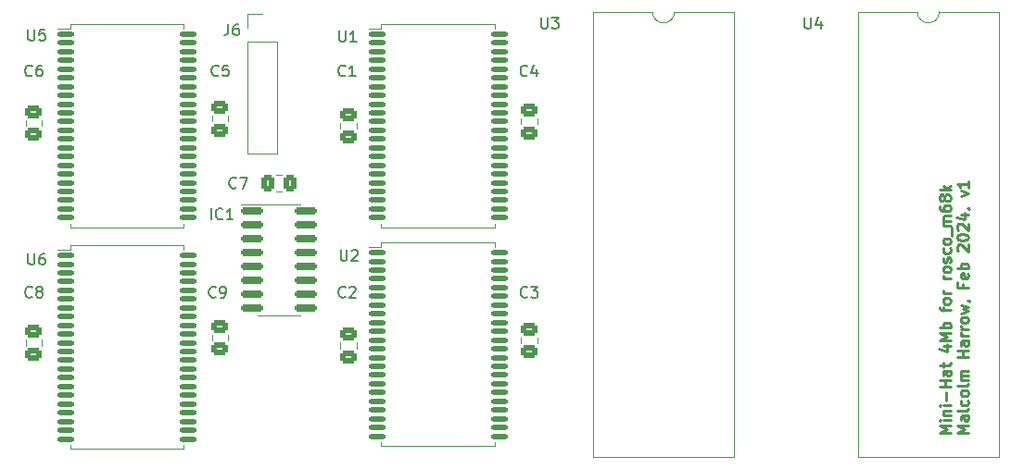
<source format=gto>
G04 #@! TF.GenerationSoftware,KiCad,Pcbnew,8.0.0*
G04 #@! TF.CreationDate,2024-03-01T08:43:17-05:00*
G04 #@! TF.ProjectId,Rosco-MiniHat-4Mb,526f7363-6f2d-44d6-996e-694861742d34,rev?*
G04 #@! TF.SameCoordinates,Original*
G04 #@! TF.FileFunction,Legend,Top*
G04 #@! TF.FilePolarity,Positive*
%FSLAX46Y46*%
G04 Gerber Fmt 4.6, Leading zero omitted, Abs format (unit mm)*
G04 Created by KiCad (PCBNEW 8.0.0) date 2024-03-01 08:43:17*
%MOMM*%
%LPD*%
G01*
G04 APERTURE LIST*
G04 Aperture macros list*
%AMRoundRect*
0 Rectangle with rounded corners*
0 $1 Rounding radius*
0 $2 $3 $4 $5 $6 $7 $8 $9 X,Y pos of 4 corners*
0 Add a 4 corners polygon primitive as box body*
4,1,4,$2,$3,$4,$5,$6,$7,$8,$9,$2,$3,0*
0 Add four circle primitives for the rounded corners*
1,1,$1+$1,$2,$3*
1,1,$1+$1,$4,$5*
1,1,$1+$1,$6,$7*
1,1,$1+$1,$8,$9*
0 Add four rect primitives between the rounded corners*
20,1,$1+$1,$2,$3,$4,$5,0*
20,1,$1+$1,$4,$5,$6,$7,0*
20,1,$1+$1,$6,$7,$8,$9,0*
20,1,$1+$1,$8,$9,$2,$3,0*%
G04 Aperture macros list end*
%ADD10C,0.250000*%
%ADD11C,0.150000*%
%ADD12C,0.120000*%
%ADD13R,1.700000X1.700000*%
%ADD14O,1.700000X1.700000*%
%ADD15RoundRect,0.250000X-0.475000X0.337500X-0.475000X-0.337500X0.475000X-0.337500X0.475000X0.337500X0*%
%ADD16RoundRect,0.137500X-0.625000X-0.137500X0.625000X-0.137500X0.625000X0.137500X-0.625000X0.137500X0*%
%ADD17R,1.600000X1.600000*%
%ADD18O,1.600000X1.600000*%
%ADD19RoundRect,0.250000X0.475000X-0.337500X0.475000X0.337500X-0.475000X0.337500X-0.475000X-0.337500X0*%
%ADD20RoundRect,0.250000X0.337500X0.475000X-0.337500X0.475000X-0.337500X-0.475000X0.337500X-0.475000X0*%
%ADD21RoundRect,0.150000X-0.825000X-0.150000X0.825000X-0.150000X0.825000X0.150000X-0.825000X0.150000X0*%
G04 APERTURE END LIST*
D10*
X121504675Y-89597431D02*
X120504675Y-89597431D01*
X120504675Y-89597431D02*
X121218960Y-89264098D01*
X121218960Y-89264098D02*
X120504675Y-88930765D01*
X120504675Y-88930765D02*
X121504675Y-88930765D01*
X121504675Y-88454574D02*
X120838008Y-88454574D01*
X120504675Y-88454574D02*
X120552294Y-88502193D01*
X120552294Y-88502193D02*
X120599913Y-88454574D01*
X120599913Y-88454574D02*
X120552294Y-88406955D01*
X120552294Y-88406955D02*
X120504675Y-88454574D01*
X120504675Y-88454574D02*
X120599913Y-88454574D01*
X120838008Y-87978384D02*
X121504675Y-87978384D01*
X120933246Y-87978384D02*
X120885627Y-87930765D01*
X120885627Y-87930765D02*
X120838008Y-87835527D01*
X120838008Y-87835527D02*
X120838008Y-87692670D01*
X120838008Y-87692670D02*
X120885627Y-87597432D01*
X120885627Y-87597432D02*
X120980865Y-87549813D01*
X120980865Y-87549813D02*
X121504675Y-87549813D01*
X121504675Y-87073622D02*
X120838008Y-87073622D01*
X120504675Y-87073622D02*
X120552294Y-87121241D01*
X120552294Y-87121241D02*
X120599913Y-87073622D01*
X120599913Y-87073622D02*
X120552294Y-87026003D01*
X120552294Y-87026003D02*
X120504675Y-87073622D01*
X120504675Y-87073622D02*
X120599913Y-87073622D01*
X121123722Y-86597432D02*
X121123722Y-85835528D01*
X121504675Y-85359337D02*
X120504675Y-85359337D01*
X120980865Y-85359337D02*
X120980865Y-84787909D01*
X121504675Y-84787909D02*
X120504675Y-84787909D01*
X121504675Y-83883147D02*
X120980865Y-83883147D01*
X120980865Y-83883147D02*
X120885627Y-83930766D01*
X120885627Y-83930766D02*
X120838008Y-84026004D01*
X120838008Y-84026004D02*
X120838008Y-84216480D01*
X120838008Y-84216480D02*
X120885627Y-84311718D01*
X121457056Y-83883147D02*
X121504675Y-83978385D01*
X121504675Y-83978385D02*
X121504675Y-84216480D01*
X121504675Y-84216480D02*
X121457056Y-84311718D01*
X121457056Y-84311718D02*
X121361817Y-84359337D01*
X121361817Y-84359337D02*
X121266579Y-84359337D01*
X121266579Y-84359337D02*
X121171341Y-84311718D01*
X121171341Y-84311718D02*
X121123722Y-84216480D01*
X121123722Y-84216480D02*
X121123722Y-83978385D01*
X121123722Y-83978385D02*
X121076103Y-83883147D01*
X120838008Y-83549813D02*
X120838008Y-83168861D01*
X120504675Y-83406956D02*
X121361817Y-83406956D01*
X121361817Y-83406956D02*
X121457056Y-83359337D01*
X121457056Y-83359337D02*
X121504675Y-83264099D01*
X121504675Y-83264099D02*
X121504675Y-83168861D01*
X120838008Y-81645051D02*
X121504675Y-81645051D01*
X120457056Y-81883146D02*
X121171341Y-82121241D01*
X121171341Y-82121241D02*
X121171341Y-81502194D01*
X121504675Y-81121241D02*
X120504675Y-81121241D01*
X120504675Y-81121241D02*
X121218960Y-80787908D01*
X121218960Y-80787908D02*
X120504675Y-80454575D01*
X120504675Y-80454575D02*
X121504675Y-80454575D01*
X121504675Y-79978384D02*
X120504675Y-79978384D01*
X120885627Y-79978384D02*
X120838008Y-79883146D01*
X120838008Y-79883146D02*
X120838008Y-79692670D01*
X120838008Y-79692670D02*
X120885627Y-79597432D01*
X120885627Y-79597432D02*
X120933246Y-79549813D01*
X120933246Y-79549813D02*
X121028484Y-79502194D01*
X121028484Y-79502194D02*
X121314198Y-79502194D01*
X121314198Y-79502194D02*
X121409436Y-79549813D01*
X121409436Y-79549813D02*
X121457056Y-79597432D01*
X121457056Y-79597432D02*
X121504675Y-79692670D01*
X121504675Y-79692670D02*
X121504675Y-79883146D01*
X121504675Y-79883146D02*
X121457056Y-79978384D01*
X120838008Y-78454574D02*
X120838008Y-78073622D01*
X121504675Y-78311717D02*
X120647532Y-78311717D01*
X120647532Y-78311717D02*
X120552294Y-78264098D01*
X120552294Y-78264098D02*
X120504675Y-78168860D01*
X120504675Y-78168860D02*
X120504675Y-78073622D01*
X121504675Y-77597431D02*
X121457056Y-77692669D01*
X121457056Y-77692669D02*
X121409436Y-77740288D01*
X121409436Y-77740288D02*
X121314198Y-77787907D01*
X121314198Y-77787907D02*
X121028484Y-77787907D01*
X121028484Y-77787907D02*
X120933246Y-77740288D01*
X120933246Y-77740288D02*
X120885627Y-77692669D01*
X120885627Y-77692669D02*
X120838008Y-77597431D01*
X120838008Y-77597431D02*
X120838008Y-77454574D01*
X120838008Y-77454574D02*
X120885627Y-77359336D01*
X120885627Y-77359336D02*
X120933246Y-77311717D01*
X120933246Y-77311717D02*
X121028484Y-77264098D01*
X121028484Y-77264098D02*
X121314198Y-77264098D01*
X121314198Y-77264098D02*
X121409436Y-77311717D01*
X121409436Y-77311717D02*
X121457056Y-77359336D01*
X121457056Y-77359336D02*
X121504675Y-77454574D01*
X121504675Y-77454574D02*
X121504675Y-77597431D01*
X121504675Y-76835526D02*
X120838008Y-76835526D01*
X121028484Y-76835526D02*
X120933246Y-76787907D01*
X120933246Y-76787907D02*
X120885627Y-76740288D01*
X120885627Y-76740288D02*
X120838008Y-76645050D01*
X120838008Y-76645050D02*
X120838008Y-76549812D01*
X121504675Y-75454573D02*
X120838008Y-75454573D01*
X121028484Y-75454573D02*
X120933246Y-75406954D01*
X120933246Y-75406954D02*
X120885627Y-75359335D01*
X120885627Y-75359335D02*
X120838008Y-75264097D01*
X120838008Y-75264097D02*
X120838008Y-75168859D01*
X121504675Y-74692668D02*
X121457056Y-74787906D01*
X121457056Y-74787906D02*
X121409436Y-74835525D01*
X121409436Y-74835525D02*
X121314198Y-74883144D01*
X121314198Y-74883144D02*
X121028484Y-74883144D01*
X121028484Y-74883144D02*
X120933246Y-74835525D01*
X120933246Y-74835525D02*
X120885627Y-74787906D01*
X120885627Y-74787906D02*
X120838008Y-74692668D01*
X120838008Y-74692668D02*
X120838008Y-74549811D01*
X120838008Y-74549811D02*
X120885627Y-74454573D01*
X120885627Y-74454573D02*
X120933246Y-74406954D01*
X120933246Y-74406954D02*
X121028484Y-74359335D01*
X121028484Y-74359335D02*
X121314198Y-74359335D01*
X121314198Y-74359335D02*
X121409436Y-74406954D01*
X121409436Y-74406954D02*
X121457056Y-74454573D01*
X121457056Y-74454573D02*
X121504675Y-74549811D01*
X121504675Y-74549811D02*
X121504675Y-74692668D01*
X121457056Y-73978382D02*
X121504675Y-73883144D01*
X121504675Y-73883144D02*
X121504675Y-73692668D01*
X121504675Y-73692668D02*
X121457056Y-73597430D01*
X121457056Y-73597430D02*
X121361817Y-73549811D01*
X121361817Y-73549811D02*
X121314198Y-73549811D01*
X121314198Y-73549811D02*
X121218960Y-73597430D01*
X121218960Y-73597430D02*
X121171341Y-73692668D01*
X121171341Y-73692668D02*
X121171341Y-73835525D01*
X121171341Y-73835525D02*
X121123722Y-73930763D01*
X121123722Y-73930763D02*
X121028484Y-73978382D01*
X121028484Y-73978382D02*
X120980865Y-73978382D01*
X120980865Y-73978382D02*
X120885627Y-73930763D01*
X120885627Y-73930763D02*
X120838008Y-73835525D01*
X120838008Y-73835525D02*
X120838008Y-73692668D01*
X120838008Y-73692668D02*
X120885627Y-73597430D01*
X121457056Y-72692668D02*
X121504675Y-72787906D01*
X121504675Y-72787906D02*
X121504675Y-72978382D01*
X121504675Y-72978382D02*
X121457056Y-73073620D01*
X121457056Y-73073620D02*
X121409436Y-73121239D01*
X121409436Y-73121239D02*
X121314198Y-73168858D01*
X121314198Y-73168858D02*
X121028484Y-73168858D01*
X121028484Y-73168858D02*
X120933246Y-73121239D01*
X120933246Y-73121239D02*
X120885627Y-73073620D01*
X120885627Y-73073620D02*
X120838008Y-72978382D01*
X120838008Y-72978382D02*
X120838008Y-72787906D01*
X120838008Y-72787906D02*
X120885627Y-72692668D01*
X121504675Y-72121239D02*
X121457056Y-72216477D01*
X121457056Y-72216477D02*
X121409436Y-72264096D01*
X121409436Y-72264096D02*
X121314198Y-72311715D01*
X121314198Y-72311715D02*
X121028484Y-72311715D01*
X121028484Y-72311715D02*
X120933246Y-72264096D01*
X120933246Y-72264096D02*
X120885627Y-72216477D01*
X120885627Y-72216477D02*
X120838008Y-72121239D01*
X120838008Y-72121239D02*
X120838008Y-71978382D01*
X120838008Y-71978382D02*
X120885627Y-71883144D01*
X120885627Y-71883144D02*
X120933246Y-71835525D01*
X120933246Y-71835525D02*
X121028484Y-71787906D01*
X121028484Y-71787906D02*
X121314198Y-71787906D01*
X121314198Y-71787906D02*
X121409436Y-71835525D01*
X121409436Y-71835525D02*
X121457056Y-71883144D01*
X121457056Y-71883144D02*
X121504675Y-71978382D01*
X121504675Y-71978382D02*
X121504675Y-72121239D01*
X121599913Y-71597430D02*
X121599913Y-70835525D01*
X121504675Y-70597429D02*
X120838008Y-70597429D01*
X120933246Y-70597429D02*
X120885627Y-70549810D01*
X120885627Y-70549810D02*
X120838008Y-70454572D01*
X120838008Y-70454572D02*
X120838008Y-70311715D01*
X120838008Y-70311715D02*
X120885627Y-70216477D01*
X120885627Y-70216477D02*
X120980865Y-70168858D01*
X120980865Y-70168858D02*
X121504675Y-70168858D01*
X120980865Y-70168858D02*
X120885627Y-70121239D01*
X120885627Y-70121239D02*
X120838008Y-70026001D01*
X120838008Y-70026001D02*
X120838008Y-69883144D01*
X120838008Y-69883144D02*
X120885627Y-69787905D01*
X120885627Y-69787905D02*
X120980865Y-69740286D01*
X120980865Y-69740286D02*
X121504675Y-69740286D01*
X120504675Y-68835525D02*
X120504675Y-69026001D01*
X120504675Y-69026001D02*
X120552294Y-69121239D01*
X120552294Y-69121239D02*
X120599913Y-69168858D01*
X120599913Y-69168858D02*
X120742770Y-69264096D01*
X120742770Y-69264096D02*
X120933246Y-69311715D01*
X120933246Y-69311715D02*
X121314198Y-69311715D01*
X121314198Y-69311715D02*
X121409436Y-69264096D01*
X121409436Y-69264096D02*
X121457056Y-69216477D01*
X121457056Y-69216477D02*
X121504675Y-69121239D01*
X121504675Y-69121239D02*
X121504675Y-68930763D01*
X121504675Y-68930763D02*
X121457056Y-68835525D01*
X121457056Y-68835525D02*
X121409436Y-68787906D01*
X121409436Y-68787906D02*
X121314198Y-68740287D01*
X121314198Y-68740287D02*
X121076103Y-68740287D01*
X121076103Y-68740287D02*
X120980865Y-68787906D01*
X120980865Y-68787906D02*
X120933246Y-68835525D01*
X120933246Y-68835525D02*
X120885627Y-68930763D01*
X120885627Y-68930763D02*
X120885627Y-69121239D01*
X120885627Y-69121239D02*
X120933246Y-69216477D01*
X120933246Y-69216477D02*
X120980865Y-69264096D01*
X120980865Y-69264096D02*
X121076103Y-69311715D01*
X120933246Y-68168858D02*
X120885627Y-68264096D01*
X120885627Y-68264096D02*
X120838008Y-68311715D01*
X120838008Y-68311715D02*
X120742770Y-68359334D01*
X120742770Y-68359334D02*
X120695151Y-68359334D01*
X120695151Y-68359334D02*
X120599913Y-68311715D01*
X120599913Y-68311715D02*
X120552294Y-68264096D01*
X120552294Y-68264096D02*
X120504675Y-68168858D01*
X120504675Y-68168858D02*
X120504675Y-67978382D01*
X120504675Y-67978382D02*
X120552294Y-67883144D01*
X120552294Y-67883144D02*
X120599913Y-67835525D01*
X120599913Y-67835525D02*
X120695151Y-67787906D01*
X120695151Y-67787906D02*
X120742770Y-67787906D01*
X120742770Y-67787906D02*
X120838008Y-67835525D01*
X120838008Y-67835525D02*
X120885627Y-67883144D01*
X120885627Y-67883144D02*
X120933246Y-67978382D01*
X120933246Y-67978382D02*
X120933246Y-68168858D01*
X120933246Y-68168858D02*
X120980865Y-68264096D01*
X120980865Y-68264096D02*
X121028484Y-68311715D01*
X121028484Y-68311715D02*
X121123722Y-68359334D01*
X121123722Y-68359334D02*
X121314198Y-68359334D01*
X121314198Y-68359334D02*
X121409436Y-68311715D01*
X121409436Y-68311715D02*
X121457056Y-68264096D01*
X121457056Y-68264096D02*
X121504675Y-68168858D01*
X121504675Y-68168858D02*
X121504675Y-67978382D01*
X121504675Y-67978382D02*
X121457056Y-67883144D01*
X121457056Y-67883144D02*
X121409436Y-67835525D01*
X121409436Y-67835525D02*
X121314198Y-67787906D01*
X121314198Y-67787906D02*
X121123722Y-67787906D01*
X121123722Y-67787906D02*
X121028484Y-67835525D01*
X121028484Y-67835525D02*
X120980865Y-67883144D01*
X120980865Y-67883144D02*
X120933246Y-67978382D01*
X121504675Y-67359334D02*
X120504675Y-67359334D01*
X121123722Y-67264096D02*
X121504675Y-66978382D01*
X120838008Y-66978382D02*
X121218960Y-67359334D01*
X123114619Y-89597431D02*
X122114619Y-89597431D01*
X122114619Y-89597431D02*
X122828904Y-89264098D01*
X122828904Y-89264098D02*
X122114619Y-88930765D01*
X122114619Y-88930765D02*
X123114619Y-88930765D01*
X123114619Y-88026003D02*
X122590809Y-88026003D01*
X122590809Y-88026003D02*
X122495571Y-88073622D01*
X122495571Y-88073622D02*
X122447952Y-88168860D01*
X122447952Y-88168860D02*
X122447952Y-88359336D01*
X122447952Y-88359336D02*
X122495571Y-88454574D01*
X123067000Y-88026003D02*
X123114619Y-88121241D01*
X123114619Y-88121241D02*
X123114619Y-88359336D01*
X123114619Y-88359336D02*
X123067000Y-88454574D01*
X123067000Y-88454574D02*
X122971761Y-88502193D01*
X122971761Y-88502193D02*
X122876523Y-88502193D01*
X122876523Y-88502193D02*
X122781285Y-88454574D01*
X122781285Y-88454574D02*
X122733666Y-88359336D01*
X122733666Y-88359336D02*
X122733666Y-88121241D01*
X122733666Y-88121241D02*
X122686047Y-88026003D01*
X123114619Y-87406955D02*
X123067000Y-87502193D01*
X123067000Y-87502193D02*
X122971761Y-87549812D01*
X122971761Y-87549812D02*
X122114619Y-87549812D01*
X123067000Y-86597431D02*
X123114619Y-86692669D01*
X123114619Y-86692669D02*
X123114619Y-86883145D01*
X123114619Y-86883145D02*
X123067000Y-86978383D01*
X123067000Y-86978383D02*
X123019380Y-87026002D01*
X123019380Y-87026002D02*
X122924142Y-87073621D01*
X122924142Y-87073621D02*
X122638428Y-87073621D01*
X122638428Y-87073621D02*
X122543190Y-87026002D01*
X122543190Y-87026002D02*
X122495571Y-86978383D01*
X122495571Y-86978383D02*
X122447952Y-86883145D01*
X122447952Y-86883145D02*
X122447952Y-86692669D01*
X122447952Y-86692669D02*
X122495571Y-86597431D01*
X123114619Y-86026002D02*
X123067000Y-86121240D01*
X123067000Y-86121240D02*
X123019380Y-86168859D01*
X123019380Y-86168859D02*
X122924142Y-86216478D01*
X122924142Y-86216478D02*
X122638428Y-86216478D01*
X122638428Y-86216478D02*
X122543190Y-86168859D01*
X122543190Y-86168859D02*
X122495571Y-86121240D01*
X122495571Y-86121240D02*
X122447952Y-86026002D01*
X122447952Y-86026002D02*
X122447952Y-85883145D01*
X122447952Y-85883145D02*
X122495571Y-85787907D01*
X122495571Y-85787907D02*
X122543190Y-85740288D01*
X122543190Y-85740288D02*
X122638428Y-85692669D01*
X122638428Y-85692669D02*
X122924142Y-85692669D01*
X122924142Y-85692669D02*
X123019380Y-85740288D01*
X123019380Y-85740288D02*
X123067000Y-85787907D01*
X123067000Y-85787907D02*
X123114619Y-85883145D01*
X123114619Y-85883145D02*
X123114619Y-86026002D01*
X123114619Y-85121240D02*
X123067000Y-85216478D01*
X123067000Y-85216478D02*
X122971761Y-85264097D01*
X122971761Y-85264097D02*
X122114619Y-85264097D01*
X123114619Y-84740287D02*
X122447952Y-84740287D01*
X122543190Y-84740287D02*
X122495571Y-84692668D01*
X122495571Y-84692668D02*
X122447952Y-84597430D01*
X122447952Y-84597430D02*
X122447952Y-84454573D01*
X122447952Y-84454573D02*
X122495571Y-84359335D01*
X122495571Y-84359335D02*
X122590809Y-84311716D01*
X122590809Y-84311716D02*
X123114619Y-84311716D01*
X122590809Y-84311716D02*
X122495571Y-84264097D01*
X122495571Y-84264097D02*
X122447952Y-84168859D01*
X122447952Y-84168859D02*
X122447952Y-84026002D01*
X122447952Y-84026002D02*
X122495571Y-83930763D01*
X122495571Y-83930763D02*
X122590809Y-83883144D01*
X122590809Y-83883144D02*
X123114619Y-83883144D01*
X123114619Y-82645049D02*
X122114619Y-82645049D01*
X122590809Y-82645049D02*
X122590809Y-82073621D01*
X123114619Y-82073621D02*
X122114619Y-82073621D01*
X123114619Y-81168859D02*
X122590809Y-81168859D01*
X122590809Y-81168859D02*
X122495571Y-81216478D01*
X122495571Y-81216478D02*
X122447952Y-81311716D01*
X122447952Y-81311716D02*
X122447952Y-81502192D01*
X122447952Y-81502192D02*
X122495571Y-81597430D01*
X123067000Y-81168859D02*
X123114619Y-81264097D01*
X123114619Y-81264097D02*
X123114619Y-81502192D01*
X123114619Y-81502192D02*
X123067000Y-81597430D01*
X123067000Y-81597430D02*
X122971761Y-81645049D01*
X122971761Y-81645049D02*
X122876523Y-81645049D01*
X122876523Y-81645049D02*
X122781285Y-81597430D01*
X122781285Y-81597430D02*
X122733666Y-81502192D01*
X122733666Y-81502192D02*
X122733666Y-81264097D01*
X122733666Y-81264097D02*
X122686047Y-81168859D01*
X123114619Y-80692668D02*
X122447952Y-80692668D01*
X122638428Y-80692668D02*
X122543190Y-80645049D01*
X122543190Y-80645049D02*
X122495571Y-80597430D01*
X122495571Y-80597430D02*
X122447952Y-80502192D01*
X122447952Y-80502192D02*
X122447952Y-80406954D01*
X123114619Y-80073620D02*
X122447952Y-80073620D01*
X122638428Y-80073620D02*
X122543190Y-80026001D01*
X122543190Y-80026001D02*
X122495571Y-79978382D01*
X122495571Y-79978382D02*
X122447952Y-79883144D01*
X122447952Y-79883144D02*
X122447952Y-79787906D01*
X123114619Y-79311715D02*
X123067000Y-79406953D01*
X123067000Y-79406953D02*
X123019380Y-79454572D01*
X123019380Y-79454572D02*
X122924142Y-79502191D01*
X122924142Y-79502191D02*
X122638428Y-79502191D01*
X122638428Y-79502191D02*
X122543190Y-79454572D01*
X122543190Y-79454572D02*
X122495571Y-79406953D01*
X122495571Y-79406953D02*
X122447952Y-79311715D01*
X122447952Y-79311715D02*
X122447952Y-79168858D01*
X122447952Y-79168858D02*
X122495571Y-79073620D01*
X122495571Y-79073620D02*
X122543190Y-79026001D01*
X122543190Y-79026001D02*
X122638428Y-78978382D01*
X122638428Y-78978382D02*
X122924142Y-78978382D01*
X122924142Y-78978382D02*
X123019380Y-79026001D01*
X123019380Y-79026001D02*
X123067000Y-79073620D01*
X123067000Y-79073620D02*
X123114619Y-79168858D01*
X123114619Y-79168858D02*
X123114619Y-79311715D01*
X122447952Y-78645048D02*
X123114619Y-78454572D01*
X123114619Y-78454572D02*
X122638428Y-78264096D01*
X122638428Y-78264096D02*
X123114619Y-78073620D01*
X123114619Y-78073620D02*
X122447952Y-77883144D01*
X123067000Y-77454572D02*
X123114619Y-77454572D01*
X123114619Y-77454572D02*
X123209857Y-77502191D01*
X123209857Y-77502191D02*
X123257476Y-77549810D01*
X122590809Y-75930763D02*
X122590809Y-76264096D01*
X123114619Y-76264096D02*
X122114619Y-76264096D01*
X122114619Y-76264096D02*
X122114619Y-75787906D01*
X123067000Y-75026001D02*
X123114619Y-75121239D01*
X123114619Y-75121239D02*
X123114619Y-75311715D01*
X123114619Y-75311715D02*
X123067000Y-75406953D01*
X123067000Y-75406953D02*
X122971761Y-75454572D01*
X122971761Y-75454572D02*
X122590809Y-75454572D01*
X122590809Y-75454572D02*
X122495571Y-75406953D01*
X122495571Y-75406953D02*
X122447952Y-75311715D01*
X122447952Y-75311715D02*
X122447952Y-75121239D01*
X122447952Y-75121239D02*
X122495571Y-75026001D01*
X122495571Y-75026001D02*
X122590809Y-74978382D01*
X122590809Y-74978382D02*
X122686047Y-74978382D01*
X122686047Y-74978382D02*
X122781285Y-75454572D01*
X123114619Y-74549810D02*
X122114619Y-74549810D01*
X122495571Y-74549810D02*
X122447952Y-74454572D01*
X122447952Y-74454572D02*
X122447952Y-74264096D01*
X122447952Y-74264096D02*
X122495571Y-74168858D01*
X122495571Y-74168858D02*
X122543190Y-74121239D01*
X122543190Y-74121239D02*
X122638428Y-74073620D01*
X122638428Y-74073620D02*
X122924142Y-74073620D01*
X122924142Y-74073620D02*
X123019380Y-74121239D01*
X123019380Y-74121239D02*
X123067000Y-74168858D01*
X123067000Y-74168858D02*
X123114619Y-74264096D01*
X123114619Y-74264096D02*
X123114619Y-74454572D01*
X123114619Y-74454572D02*
X123067000Y-74549810D01*
X122209857Y-72930762D02*
X122162238Y-72883143D01*
X122162238Y-72883143D02*
X122114619Y-72787905D01*
X122114619Y-72787905D02*
X122114619Y-72549810D01*
X122114619Y-72549810D02*
X122162238Y-72454572D01*
X122162238Y-72454572D02*
X122209857Y-72406953D01*
X122209857Y-72406953D02*
X122305095Y-72359334D01*
X122305095Y-72359334D02*
X122400333Y-72359334D01*
X122400333Y-72359334D02*
X122543190Y-72406953D01*
X122543190Y-72406953D02*
X123114619Y-72978381D01*
X123114619Y-72978381D02*
X123114619Y-72359334D01*
X122114619Y-71740286D02*
X122114619Y-71645048D01*
X122114619Y-71645048D02*
X122162238Y-71549810D01*
X122162238Y-71549810D02*
X122209857Y-71502191D01*
X122209857Y-71502191D02*
X122305095Y-71454572D01*
X122305095Y-71454572D02*
X122495571Y-71406953D01*
X122495571Y-71406953D02*
X122733666Y-71406953D01*
X122733666Y-71406953D02*
X122924142Y-71454572D01*
X122924142Y-71454572D02*
X123019380Y-71502191D01*
X123019380Y-71502191D02*
X123067000Y-71549810D01*
X123067000Y-71549810D02*
X123114619Y-71645048D01*
X123114619Y-71645048D02*
X123114619Y-71740286D01*
X123114619Y-71740286D02*
X123067000Y-71835524D01*
X123067000Y-71835524D02*
X123019380Y-71883143D01*
X123019380Y-71883143D02*
X122924142Y-71930762D01*
X122924142Y-71930762D02*
X122733666Y-71978381D01*
X122733666Y-71978381D02*
X122495571Y-71978381D01*
X122495571Y-71978381D02*
X122305095Y-71930762D01*
X122305095Y-71930762D02*
X122209857Y-71883143D01*
X122209857Y-71883143D02*
X122162238Y-71835524D01*
X122162238Y-71835524D02*
X122114619Y-71740286D01*
X122209857Y-71026000D02*
X122162238Y-70978381D01*
X122162238Y-70978381D02*
X122114619Y-70883143D01*
X122114619Y-70883143D02*
X122114619Y-70645048D01*
X122114619Y-70645048D02*
X122162238Y-70549810D01*
X122162238Y-70549810D02*
X122209857Y-70502191D01*
X122209857Y-70502191D02*
X122305095Y-70454572D01*
X122305095Y-70454572D02*
X122400333Y-70454572D01*
X122400333Y-70454572D02*
X122543190Y-70502191D01*
X122543190Y-70502191D02*
X123114619Y-71073619D01*
X123114619Y-71073619D02*
X123114619Y-70454572D01*
X122447952Y-69597429D02*
X123114619Y-69597429D01*
X122067000Y-69835524D02*
X122781285Y-70073619D01*
X122781285Y-70073619D02*
X122781285Y-69454572D01*
X123067000Y-69026000D02*
X123114619Y-69026000D01*
X123114619Y-69026000D02*
X123209857Y-69073619D01*
X123209857Y-69073619D02*
X123257476Y-69121238D01*
X122447952Y-67930762D02*
X123114619Y-67692667D01*
X123114619Y-67692667D02*
X122447952Y-67454572D01*
X123114619Y-66549810D02*
X123114619Y-67121238D01*
X123114619Y-66835524D02*
X122114619Y-66835524D01*
X122114619Y-66835524D02*
X122257476Y-66930762D01*
X122257476Y-66930762D02*
X122352714Y-67026000D01*
X122352714Y-67026000D02*
X122400333Y-67121238D01*
D11*
X55516666Y-52184819D02*
X55516666Y-52899104D01*
X55516666Y-52899104D02*
X55469047Y-53041961D01*
X55469047Y-53041961D02*
X55373809Y-53137200D01*
X55373809Y-53137200D02*
X55230952Y-53184819D01*
X55230952Y-53184819D02*
X55135714Y-53184819D01*
X56421428Y-52184819D02*
X56230952Y-52184819D01*
X56230952Y-52184819D02*
X56135714Y-52232438D01*
X56135714Y-52232438D02*
X56088095Y-52280057D01*
X56088095Y-52280057D02*
X55992857Y-52422914D01*
X55992857Y-52422914D02*
X55945238Y-52613390D01*
X55945238Y-52613390D02*
X55945238Y-52994342D01*
X55945238Y-52994342D02*
X55992857Y-53089580D01*
X55992857Y-53089580D02*
X56040476Y-53137200D01*
X56040476Y-53137200D02*
X56135714Y-53184819D01*
X56135714Y-53184819D02*
X56326190Y-53184819D01*
X56326190Y-53184819D02*
X56421428Y-53137200D01*
X56421428Y-53137200D02*
X56469047Y-53089580D01*
X56469047Y-53089580D02*
X56516666Y-52994342D01*
X56516666Y-52994342D02*
X56516666Y-52756247D01*
X56516666Y-52756247D02*
X56469047Y-52661009D01*
X56469047Y-52661009D02*
X56421428Y-52613390D01*
X56421428Y-52613390D02*
X56326190Y-52565771D01*
X56326190Y-52565771D02*
X56135714Y-52565771D01*
X56135714Y-52565771D02*
X56040476Y-52613390D01*
X56040476Y-52613390D02*
X55992857Y-52661009D01*
X55992857Y-52661009D02*
X55945238Y-52756247D01*
X37583333Y-56859580D02*
X37535714Y-56907200D01*
X37535714Y-56907200D02*
X37392857Y-56954819D01*
X37392857Y-56954819D02*
X37297619Y-56954819D01*
X37297619Y-56954819D02*
X37154762Y-56907200D01*
X37154762Y-56907200D02*
X37059524Y-56811961D01*
X37059524Y-56811961D02*
X37011905Y-56716723D01*
X37011905Y-56716723D02*
X36964286Y-56526247D01*
X36964286Y-56526247D02*
X36964286Y-56383390D01*
X36964286Y-56383390D02*
X37011905Y-56192914D01*
X37011905Y-56192914D02*
X37059524Y-56097676D01*
X37059524Y-56097676D02*
X37154762Y-56002438D01*
X37154762Y-56002438D02*
X37297619Y-55954819D01*
X37297619Y-55954819D02*
X37392857Y-55954819D01*
X37392857Y-55954819D02*
X37535714Y-56002438D01*
X37535714Y-56002438D02*
X37583333Y-56050057D01*
X38440476Y-55954819D02*
X38250000Y-55954819D01*
X38250000Y-55954819D02*
X38154762Y-56002438D01*
X38154762Y-56002438D02*
X38107143Y-56050057D01*
X38107143Y-56050057D02*
X38011905Y-56192914D01*
X38011905Y-56192914D02*
X37964286Y-56383390D01*
X37964286Y-56383390D02*
X37964286Y-56764342D01*
X37964286Y-56764342D02*
X38011905Y-56859580D01*
X38011905Y-56859580D02*
X38059524Y-56907200D01*
X38059524Y-56907200D02*
X38154762Y-56954819D01*
X38154762Y-56954819D02*
X38345238Y-56954819D01*
X38345238Y-56954819D02*
X38440476Y-56907200D01*
X38440476Y-56907200D02*
X38488095Y-56859580D01*
X38488095Y-56859580D02*
X38535714Y-56764342D01*
X38535714Y-56764342D02*
X38535714Y-56526247D01*
X38535714Y-56526247D02*
X38488095Y-56431009D01*
X38488095Y-56431009D02*
X38440476Y-56383390D01*
X38440476Y-56383390D02*
X38345238Y-56335771D01*
X38345238Y-56335771D02*
X38154762Y-56335771D01*
X38154762Y-56335771D02*
X38059524Y-56383390D01*
X38059524Y-56383390D02*
X38011905Y-56431009D01*
X38011905Y-56431009D02*
X37964286Y-56526247D01*
X37238095Y-73181569D02*
X37238095Y-73991092D01*
X37238095Y-73991092D02*
X37285714Y-74086330D01*
X37285714Y-74086330D02*
X37333333Y-74133950D01*
X37333333Y-74133950D02*
X37428571Y-74181569D01*
X37428571Y-74181569D02*
X37619047Y-74181569D01*
X37619047Y-74181569D02*
X37714285Y-74133950D01*
X37714285Y-74133950D02*
X37761904Y-74086330D01*
X37761904Y-74086330D02*
X37809523Y-73991092D01*
X37809523Y-73991092D02*
X37809523Y-73181569D01*
X38714285Y-73181569D02*
X38523809Y-73181569D01*
X38523809Y-73181569D02*
X38428571Y-73229188D01*
X38428571Y-73229188D02*
X38380952Y-73276807D01*
X38380952Y-73276807D02*
X38285714Y-73419664D01*
X38285714Y-73419664D02*
X38238095Y-73610140D01*
X38238095Y-73610140D02*
X38238095Y-73991092D01*
X38238095Y-73991092D02*
X38285714Y-74086330D01*
X38285714Y-74086330D02*
X38333333Y-74133950D01*
X38333333Y-74133950D02*
X38428571Y-74181569D01*
X38428571Y-74181569D02*
X38619047Y-74181569D01*
X38619047Y-74181569D02*
X38714285Y-74133950D01*
X38714285Y-74133950D02*
X38761904Y-74086330D01*
X38761904Y-74086330D02*
X38809523Y-73991092D01*
X38809523Y-73991092D02*
X38809523Y-73752997D01*
X38809523Y-73752997D02*
X38761904Y-73657759D01*
X38761904Y-73657759D02*
X38714285Y-73610140D01*
X38714285Y-73610140D02*
X38619047Y-73562521D01*
X38619047Y-73562521D02*
X38428571Y-73562521D01*
X38428571Y-73562521D02*
X38333333Y-73610140D01*
X38333333Y-73610140D02*
X38285714Y-73657759D01*
X38285714Y-73657759D02*
X38238095Y-73752997D01*
X108189095Y-51578819D02*
X108189095Y-52388342D01*
X108189095Y-52388342D02*
X108236714Y-52483580D01*
X108236714Y-52483580D02*
X108284333Y-52531200D01*
X108284333Y-52531200D02*
X108379571Y-52578819D01*
X108379571Y-52578819D02*
X108570047Y-52578819D01*
X108570047Y-52578819D02*
X108665285Y-52531200D01*
X108665285Y-52531200D02*
X108712904Y-52483580D01*
X108712904Y-52483580D02*
X108760523Y-52388342D01*
X108760523Y-52388342D02*
X108760523Y-51578819D01*
X109665285Y-51912152D02*
X109665285Y-52578819D01*
X109427190Y-51531200D02*
X109189095Y-52245485D01*
X109189095Y-52245485D02*
X109808142Y-52245485D01*
X82833333Y-56859580D02*
X82785714Y-56907200D01*
X82785714Y-56907200D02*
X82642857Y-56954819D01*
X82642857Y-56954819D02*
X82547619Y-56954819D01*
X82547619Y-56954819D02*
X82404762Y-56907200D01*
X82404762Y-56907200D02*
X82309524Y-56811961D01*
X82309524Y-56811961D02*
X82261905Y-56716723D01*
X82261905Y-56716723D02*
X82214286Y-56526247D01*
X82214286Y-56526247D02*
X82214286Y-56383390D01*
X82214286Y-56383390D02*
X82261905Y-56192914D01*
X82261905Y-56192914D02*
X82309524Y-56097676D01*
X82309524Y-56097676D02*
X82404762Y-56002438D01*
X82404762Y-56002438D02*
X82547619Y-55954819D01*
X82547619Y-55954819D02*
X82642857Y-55954819D01*
X82642857Y-55954819D02*
X82785714Y-56002438D01*
X82785714Y-56002438D02*
X82833333Y-56050057D01*
X83690476Y-56288152D02*
X83690476Y-56954819D01*
X83452381Y-55907200D02*
X83214286Y-56621485D01*
X83214286Y-56621485D02*
X83833333Y-56621485D01*
X82833333Y-77109580D02*
X82785714Y-77157200D01*
X82785714Y-77157200D02*
X82642857Y-77204819D01*
X82642857Y-77204819D02*
X82547619Y-77204819D01*
X82547619Y-77204819D02*
X82404762Y-77157200D01*
X82404762Y-77157200D02*
X82309524Y-77061961D01*
X82309524Y-77061961D02*
X82261905Y-76966723D01*
X82261905Y-76966723D02*
X82214286Y-76776247D01*
X82214286Y-76776247D02*
X82214286Y-76633390D01*
X82214286Y-76633390D02*
X82261905Y-76442914D01*
X82261905Y-76442914D02*
X82309524Y-76347676D01*
X82309524Y-76347676D02*
X82404762Y-76252438D01*
X82404762Y-76252438D02*
X82547619Y-76204819D01*
X82547619Y-76204819D02*
X82642857Y-76204819D01*
X82642857Y-76204819D02*
X82785714Y-76252438D01*
X82785714Y-76252438D02*
X82833333Y-76300057D01*
X83166667Y-76204819D02*
X83785714Y-76204819D01*
X83785714Y-76204819D02*
X83452381Y-76585771D01*
X83452381Y-76585771D02*
X83595238Y-76585771D01*
X83595238Y-76585771D02*
X83690476Y-76633390D01*
X83690476Y-76633390D02*
X83738095Y-76681009D01*
X83738095Y-76681009D02*
X83785714Y-76776247D01*
X83785714Y-76776247D02*
X83785714Y-77014342D01*
X83785714Y-77014342D02*
X83738095Y-77109580D01*
X83738095Y-77109580D02*
X83690476Y-77157200D01*
X83690476Y-77157200D02*
X83595238Y-77204819D01*
X83595238Y-77204819D02*
X83309524Y-77204819D01*
X83309524Y-77204819D02*
X83214286Y-77157200D01*
X83214286Y-77157200D02*
X83166667Y-77109580D01*
X65653095Y-52781819D02*
X65653095Y-53591342D01*
X65653095Y-53591342D02*
X65700714Y-53686580D01*
X65700714Y-53686580D02*
X65748333Y-53734200D01*
X65748333Y-53734200D02*
X65843571Y-53781819D01*
X65843571Y-53781819D02*
X66034047Y-53781819D01*
X66034047Y-53781819D02*
X66129285Y-53734200D01*
X66129285Y-53734200D02*
X66176904Y-53686580D01*
X66176904Y-53686580D02*
X66224523Y-53591342D01*
X66224523Y-53591342D02*
X66224523Y-52781819D01*
X67224523Y-53781819D02*
X66653095Y-53781819D01*
X66938809Y-53781819D02*
X66938809Y-52781819D01*
X66938809Y-52781819D02*
X66843571Y-52924676D01*
X66843571Y-52924676D02*
X66748333Y-53019914D01*
X66748333Y-53019914D02*
X66653095Y-53067533D01*
X54370833Y-77109580D02*
X54323214Y-77157200D01*
X54323214Y-77157200D02*
X54180357Y-77204819D01*
X54180357Y-77204819D02*
X54085119Y-77204819D01*
X54085119Y-77204819D02*
X53942262Y-77157200D01*
X53942262Y-77157200D02*
X53847024Y-77061961D01*
X53847024Y-77061961D02*
X53799405Y-76966723D01*
X53799405Y-76966723D02*
X53751786Y-76776247D01*
X53751786Y-76776247D02*
X53751786Y-76633390D01*
X53751786Y-76633390D02*
X53799405Y-76442914D01*
X53799405Y-76442914D02*
X53847024Y-76347676D01*
X53847024Y-76347676D02*
X53942262Y-76252438D01*
X53942262Y-76252438D02*
X54085119Y-76204819D01*
X54085119Y-76204819D02*
X54180357Y-76204819D01*
X54180357Y-76204819D02*
X54323214Y-76252438D01*
X54323214Y-76252438D02*
X54370833Y-76300057D01*
X54847024Y-77204819D02*
X55037500Y-77204819D01*
X55037500Y-77204819D02*
X55132738Y-77157200D01*
X55132738Y-77157200D02*
X55180357Y-77109580D01*
X55180357Y-77109580D02*
X55275595Y-76966723D01*
X55275595Y-76966723D02*
X55323214Y-76776247D01*
X55323214Y-76776247D02*
X55323214Y-76395295D01*
X55323214Y-76395295D02*
X55275595Y-76300057D01*
X55275595Y-76300057D02*
X55227976Y-76252438D01*
X55227976Y-76252438D02*
X55132738Y-76204819D01*
X55132738Y-76204819D02*
X54942262Y-76204819D01*
X54942262Y-76204819D02*
X54847024Y-76252438D01*
X54847024Y-76252438D02*
X54799405Y-76300057D01*
X54799405Y-76300057D02*
X54751786Y-76395295D01*
X54751786Y-76395295D02*
X54751786Y-76633390D01*
X54751786Y-76633390D02*
X54799405Y-76728628D01*
X54799405Y-76728628D02*
X54847024Y-76776247D01*
X54847024Y-76776247D02*
X54942262Y-76823866D01*
X54942262Y-76823866D02*
X55132738Y-76823866D01*
X55132738Y-76823866D02*
X55227976Y-76776247D01*
X55227976Y-76776247D02*
X55275595Y-76728628D01*
X55275595Y-76728628D02*
X55323214Y-76633390D01*
X54620833Y-56859580D02*
X54573214Y-56907200D01*
X54573214Y-56907200D02*
X54430357Y-56954819D01*
X54430357Y-56954819D02*
X54335119Y-56954819D01*
X54335119Y-56954819D02*
X54192262Y-56907200D01*
X54192262Y-56907200D02*
X54097024Y-56811961D01*
X54097024Y-56811961D02*
X54049405Y-56716723D01*
X54049405Y-56716723D02*
X54001786Y-56526247D01*
X54001786Y-56526247D02*
X54001786Y-56383390D01*
X54001786Y-56383390D02*
X54049405Y-56192914D01*
X54049405Y-56192914D02*
X54097024Y-56097676D01*
X54097024Y-56097676D02*
X54192262Y-56002438D01*
X54192262Y-56002438D02*
X54335119Y-55954819D01*
X54335119Y-55954819D02*
X54430357Y-55954819D01*
X54430357Y-55954819D02*
X54573214Y-56002438D01*
X54573214Y-56002438D02*
X54620833Y-56050057D01*
X55525595Y-55954819D02*
X55049405Y-55954819D01*
X55049405Y-55954819D02*
X55001786Y-56431009D01*
X55001786Y-56431009D02*
X55049405Y-56383390D01*
X55049405Y-56383390D02*
X55144643Y-56335771D01*
X55144643Y-56335771D02*
X55382738Y-56335771D01*
X55382738Y-56335771D02*
X55477976Y-56383390D01*
X55477976Y-56383390D02*
X55525595Y-56431009D01*
X55525595Y-56431009D02*
X55573214Y-56526247D01*
X55573214Y-56526247D02*
X55573214Y-56764342D01*
X55573214Y-56764342D02*
X55525595Y-56859580D01*
X55525595Y-56859580D02*
X55477976Y-56907200D01*
X55477976Y-56907200D02*
X55382738Y-56954819D01*
X55382738Y-56954819D02*
X55144643Y-56954819D01*
X55144643Y-56954819D02*
X55049405Y-56907200D01*
X55049405Y-56907200D02*
X55001786Y-56859580D01*
X84111095Y-51578819D02*
X84111095Y-52388342D01*
X84111095Y-52388342D02*
X84158714Y-52483580D01*
X84158714Y-52483580D02*
X84206333Y-52531200D01*
X84206333Y-52531200D02*
X84301571Y-52578819D01*
X84301571Y-52578819D02*
X84492047Y-52578819D01*
X84492047Y-52578819D02*
X84587285Y-52531200D01*
X84587285Y-52531200D02*
X84634904Y-52483580D01*
X84634904Y-52483580D02*
X84682523Y-52388342D01*
X84682523Y-52388342D02*
X84682523Y-51578819D01*
X85063476Y-51578819D02*
X85682523Y-51578819D01*
X85682523Y-51578819D02*
X85349190Y-51959771D01*
X85349190Y-51959771D02*
X85492047Y-51959771D01*
X85492047Y-51959771D02*
X85587285Y-52007390D01*
X85587285Y-52007390D02*
X85634904Y-52055009D01*
X85634904Y-52055009D02*
X85682523Y-52150247D01*
X85682523Y-52150247D02*
X85682523Y-52388342D01*
X85682523Y-52388342D02*
X85634904Y-52483580D01*
X85634904Y-52483580D02*
X85587285Y-52531200D01*
X85587285Y-52531200D02*
X85492047Y-52578819D01*
X85492047Y-52578819D02*
X85206333Y-52578819D01*
X85206333Y-52578819D02*
X85111095Y-52531200D01*
X85111095Y-52531200D02*
X85063476Y-52483580D01*
X66206333Y-77109580D02*
X66158714Y-77157200D01*
X66158714Y-77157200D02*
X66015857Y-77204819D01*
X66015857Y-77204819D02*
X65920619Y-77204819D01*
X65920619Y-77204819D02*
X65777762Y-77157200D01*
X65777762Y-77157200D02*
X65682524Y-77061961D01*
X65682524Y-77061961D02*
X65634905Y-76966723D01*
X65634905Y-76966723D02*
X65587286Y-76776247D01*
X65587286Y-76776247D02*
X65587286Y-76633390D01*
X65587286Y-76633390D02*
X65634905Y-76442914D01*
X65634905Y-76442914D02*
X65682524Y-76347676D01*
X65682524Y-76347676D02*
X65777762Y-76252438D01*
X65777762Y-76252438D02*
X65920619Y-76204819D01*
X65920619Y-76204819D02*
X66015857Y-76204819D01*
X66015857Y-76204819D02*
X66158714Y-76252438D01*
X66158714Y-76252438D02*
X66206333Y-76300057D01*
X66587286Y-76300057D02*
X66634905Y-76252438D01*
X66634905Y-76252438D02*
X66730143Y-76204819D01*
X66730143Y-76204819D02*
X66968238Y-76204819D01*
X66968238Y-76204819D02*
X67063476Y-76252438D01*
X67063476Y-76252438D02*
X67111095Y-76300057D01*
X67111095Y-76300057D02*
X67158714Y-76395295D01*
X67158714Y-76395295D02*
X67158714Y-76490533D01*
X67158714Y-76490533D02*
X67111095Y-76633390D01*
X67111095Y-76633390D02*
X66539667Y-77204819D01*
X66539667Y-77204819D02*
X67158714Y-77204819D01*
X56233333Y-67109580D02*
X56185714Y-67157200D01*
X56185714Y-67157200D02*
X56042857Y-67204819D01*
X56042857Y-67204819D02*
X55947619Y-67204819D01*
X55947619Y-67204819D02*
X55804762Y-67157200D01*
X55804762Y-67157200D02*
X55709524Y-67061961D01*
X55709524Y-67061961D02*
X55661905Y-66966723D01*
X55661905Y-66966723D02*
X55614286Y-66776247D01*
X55614286Y-66776247D02*
X55614286Y-66633390D01*
X55614286Y-66633390D02*
X55661905Y-66442914D01*
X55661905Y-66442914D02*
X55709524Y-66347676D01*
X55709524Y-66347676D02*
X55804762Y-66252438D01*
X55804762Y-66252438D02*
X55947619Y-66204819D01*
X55947619Y-66204819D02*
X56042857Y-66204819D01*
X56042857Y-66204819D02*
X56185714Y-66252438D01*
X56185714Y-66252438D02*
X56233333Y-66300057D01*
X56566667Y-66204819D02*
X57233333Y-66204819D01*
X57233333Y-66204819D02*
X56804762Y-67204819D01*
X66206333Y-56859580D02*
X66158714Y-56907200D01*
X66158714Y-56907200D02*
X66015857Y-56954819D01*
X66015857Y-56954819D02*
X65920619Y-56954819D01*
X65920619Y-56954819D02*
X65777762Y-56907200D01*
X65777762Y-56907200D02*
X65682524Y-56811961D01*
X65682524Y-56811961D02*
X65634905Y-56716723D01*
X65634905Y-56716723D02*
X65587286Y-56526247D01*
X65587286Y-56526247D02*
X65587286Y-56383390D01*
X65587286Y-56383390D02*
X65634905Y-56192914D01*
X65634905Y-56192914D02*
X65682524Y-56097676D01*
X65682524Y-56097676D02*
X65777762Y-56002438D01*
X65777762Y-56002438D02*
X65920619Y-55954819D01*
X65920619Y-55954819D02*
X66015857Y-55954819D01*
X66015857Y-55954819D02*
X66158714Y-56002438D01*
X66158714Y-56002438D02*
X66206333Y-56050057D01*
X67158714Y-56954819D02*
X66587286Y-56954819D01*
X66873000Y-56954819D02*
X66873000Y-55954819D01*
X66873000Y-55954819D02*
X66777762Y-56097676D01*
X66777762Y-56097676D02*
X66682524Y-56192914D01*
X66682524Y-56192914D02*
X66587286Y-56240533D01*
X53948810Y-70049819D02*
X53948810Y-69049819D01*
X54996428Y-69954580D02*
X54948809Y-70002200D01*
X54948809Y-70002200D02*
X54805952Y-70049819D01*
X54805952Y-70049819D02*
X54710714Y-70049819D01*
X54710714Y-70049819D02*
X54567857Y-70002200D01*
X54567857Y-70002200D02*
X54472619Y-69906961D01*
X54472619Y-69906961D02*
X54425000Y-69811723D01*
X54425000Y-69811723D02*
X54377381Y-69621247D01*
X54377381Y-69621247D02*
X54377381Y-69478390D01*
X54377381Y-69478390D02*
X54425000Y-69287914D01*
X54425000Y-69287914D02*
X54472619Y-69192676D01*
X54472619Y-69192676D02*
X54567857Y-69097438D01*
X54567857Y-69097438D02*
X54710714Y-69049819D01*
X54710714Y-69049819D02*
X54805952Y-69049819D01*
X54805952Y-69049819D02*
X54948809Y-69097438D01*
X54948809Y-69097438D02*
X54996428Y-69145057D01*
X55948809Y-70049819D02*
X55377381Y-70049819D01*
X55663095Y-70049819D02*
X55663095Y-69049819D01*
X55663095Y-69049819D02*
X55567857Y-69192676D01*
X55567857Y-69192676D02*
X55472619Y-69287914D01*
X55472619Y-69287914D02*
X55377381Y-69335533D01*
X65780095Y-72853819D02*
X65780095Y-73663342D01*
X65780095Y-73663342D02*
X65827714Y-73758580D01*
X65827714Y-73758580D02*
X65875333Y-73806200D01*
X65875333Y-73806200D02*
X65970571Y-73853819D01*
X65970571Y-73853819D02*
X66161047Y-73853819D01*
X66161047Y-73853819D02*
X66256285Y-73806200D01*
X66256285Y-73806200D02*
X66303904Y-73758580D01*
X66303904Y-73758580D02*
X66351523Y-73663342D01*
X66351523Y-73663342D02*
X66351523Y-72853819D01*
X66780095Y-72949057D02*
X66827714Y-72901438D01*
X66827714Y-72901438D02*
X66922952Y-72853819D01*
X66922952Y-72853819D02*
X67161047Y-72853819D01*
X67161047Y-72853819D02*
X67256285Y-72901438D01*
X67256285Y-72901438D02*
X67303904Y-72949057D01*
X67303904Y-72949057D02*
X67351523Y-73044295D01*
X67351523Y-73044295D02*
X67351523Y-73139533D01*
X67351523Y-73139533D02*
X67303904Y-73282390D01*
X67303904Y-73282390D02*
X66732476Y-73853819D01*
X66732476Y-73853819D02*
X67351523Y-73853819D01*
X37583333Y-77109580D02*
X37535714Y-77157200D01*
X37535714Y-77157200D02*
X37392857Y-77204819D01*
X37392857Y-77204819D02*
X37297619Y-77204819D01*
X37297619Y-77204819D02*
X37154762Y-77157200D01*
X37154762Y-77157200D02*
X37059524Y-77061961D01*
X37059524Y-77061961D02*
X37011905Y-76966723D01*
X37011905Y-76966723D02*
X36964286Y-76776247D01*
X36964286Y-76776247D02*
X36964286Y-76633390D01*
X36964286Y-76633390D02*
X37011905Y-76442914D01*
X37011905Y-76442914D02*
X37059524Y-76347676D01*
X37059524Y-76347676D02*
X37154762Y-76252438D01*
X37154762Y-76252438D02*
X37297619Y-76204819D01*
X37297619Y-76204819D02*
X37392857Y-76204819D01*
X37392857Y-76204819D02*
X37535714Y-76252438D01*
X37535714Y-76252438D02*
X37583333Y-76300057D01*
X38154762Y-76633390D02*
X38059524Y-76585771D01*
X38059524Y-76585771D02*
X38011905Y-76538152D01*
X38011905Y-76538152D02*
X37964286Y-76442914D01*
X37964286Y-76442914D02*
X37964286Y-76395295D01*
X37964286Y-76395295D02*
X38011905Y-76300057D01*
X38011905Y-76300057D02*
X38059524Y-76252438D01*
X38059524Y-76252438D02*
X38154762Y-76204819D01*
X38154762Y-76204819D02*
X38345238Y-76204819D01*
X38345238Y-76204819D02*
X38440476Y-76252438D01*
X38440476Y-76252438D02*
X38488095Y-76300057D01*
X38488095Y-76300057D02*
X38535714Y-76395295D01*
X38535714Y-76395295D02*
X38535714Y-76442914D01*
X38535714Y-76442914D02*
X38488095Y-76538152D01*
X38488095Y-76538152D02*
X38440476Y-76585771D01*
X38440476Y-76585771D02*
X38345238Y-76633390D01*
X38345238Y-76633390D02*
X38154762Y-76633390D01*
X38154762Y-76633390D02*
X38059524Y-76681009D01*
X38059524Y-76681009D02*
X38011905Y-76728628D01*
X38011905Y-76728628D02*
X37964286Y-76823866D01*
X37964286Y-76823866D02*
X37964286Y-77014342D01*
X37964286Y-77014342D02*
X38011905Y-77109580D01*
X38011905Y-77109580D02*
X38059524Y-77157200D01*
X38059524Y-77157200D02*
X38154762Y-77204819D01*
X38154762Y-77204819D02*
X38345238Y-77204819D01*
X38345238Y-77204819D02*
X38440476Y-77157200D01*
X38440476Y-77157200D02*
X38488095Y-77109580D01*
X38488095Y-77109580D02*
X38535714Y-77014342D01*
X38535714Y-77014342D02*
X38535714Y-76823866D01*
X38535714Y-76823866D02*
X38488095Y-76728628D01*
X38488095Y-76728628D02*
X38440476Y-76681009D01*
X38440476Y-76681009D02*
X38345238Y-76633390D01*
X37238095Y-52681569D02*
X37238095Y-53491092D01*
X37238095Y-53491092D02*
X37285714Y-53586330D01*
X37285714Y-53586330D02*
X37333333Y-53633950D01*
X37333333Y-53633950D02*
X37428571Y-53681569D01*
X37428571Y-53681569D02*
X37619047Y-53681569D01*
X37619047Y-53681569D02*
X37714285Y-53633950D01*
X37714285Y-53633950D02*
X37761904Y-53586330D01*
X37761904Y-53586330D02*
X37809523Y-53491092D01*
X37809523Y-53491092D02*
X37809523Y-52681569D01*
X38761904Y-52681569D02*
X38285714Y-52681569D01*
X38285714Y-52681569D02*
X38238095Y-53157759D01*
X38238095Y-53157759D02*
X38285714Y-53110140D01*
X38285714Y-53110140D02*
X38380952Y-53062521D01*
X38380952Y-53062521D02*
X38619047Y-53062521D01*
X38619047Y-53062521D02*
X38714285Y-53110140D01*
X38714285Y-53110140D02*
X38761904Y-53157759D01*
X38761904Y-53157759D02*
X38809523Y-53252997D01*
X38809523Y-53252997D02*
X38809523Y-53491092D01*
X38809523Y-53491092D02*
X38761904Y-53586330D01*
X38761904Y-53586330D02*
X38714285Y-53633950D01*
X38714285Y-53633950D02*
X38619047Y-53681569D01*
X38619047Y-53681569D02*
X38380952Y-53681569D01*
X38380952Y-53681569D02*
X38285714Y-53633950D01*
X38285714Y-53633950D02*
X38238095Y-53586330D01*
D12*
X57308000Y-51220000D02*
X58638000Y-51220000D01*
X57308000Y-52550000D02*
X57308000Y-51220000D01*
X57308000Y-53820000D02*
X57308000Y-64040000D01*
X57308000Y-53820000D02*
X59968000Y-53820000D01*
X57308000Y-64040000D02*
X59968000Y-64040000D01*
X59968000Y-53820000D02*
X59968000Y-64040000D01*
X38485000Y-60988748D02*
X38485000Y-61511252D01*
X37015000Y-60988748D02*
X37015000Y-61511252D01*
X41060000Y-72435000D02*
X41060000Y-72815000D01*
X41060000Y-72815000D02*
X39900000Y-72815000D01*
X41060000Y-91065000D02*
X41060000Y-90685000D01*
X46250000Y-72435000D02*
X41060000Y-72435000D01*
X46250000Y-72435000D02*
X51440000Y-72435000D01*
X46250000Y-91065000D02*
X41060000Y-91065000D01*
X46250000Y-91065000D02*
X51440000Y-91065000D01*
X51440000Y-72435000D02*
X51440000Y-72815000D01*
X51440000Y-91065000D02*
X51440000Y-90685000D01*
X113027000Y-51057000D02*
X113027000Y-91817000D01*
X113027000Y-91817000D02*
X125947000Y-91817000D01*
X118487000Y-51057000D02*
X113027000Y-51057000D01*
X125947000Y-51057000D02*
X120487000Y-51057000D01*
X125947000Y-91817000D02*
X125947000Y-51057000D01*
X120487000Y-51057000D02*
G75*
G02*
X118487000Y-51057000I-1000000J0D01*
G01*
X82265000Y-61356752D02*
X82265000Y-60834248D01*
X83735000Y-61356752D02*
X83735000Y-60834248D01*
X82265000Y-81407252D02*
X82265000Y-80884748D01*
X83735000Y-81407252D02*
X83735000Y-80884748D01*
X69480000Y-52185000D02*
X69480000Y-52565000D01*
X69480000Y-52565000D02*
X68320000Y-52565000D01*
X69480000Y-70815000D02*
X69480000Y-70435000D01*
X74670000Y-52185000D02*
X69480000Y-52185000D01*
X74670000Y-52185000D02*
X79860000Y-52185000D01*
X74670000Y-70815000D02*
X69480000Y-70815000D01*
X74670000Y-70815000D02*
X79860000Y-70815000D01*
X79860000Y-52185000D02*
X79860000Y-52565000D01*
X79860000Y-70815000D02*
X79860000Y-70435000D01*
X54015000Y-81157252D02*
X54015000Y-80634748D01*
X55485000Y-81157252D02*
X55485000Y-80634748D01*
X54015000Y-61106752D02*
X54015000Y-60584248D01*
X55485000Y-61106752D02*
X55485000Y-60584248D01*
X88827000Y-51057000D02*
X88827000Y-91817000D01*
X88827000Y-91817000D02*
X101747000Y-91817000D01*
X94287000Y-51057000D02*
X88827000Y-51057000D01*
X101747000Y-51057000D02*
X96287000Y-51057000D01*
X101747000Y-91817000D02*
X101747000Y-51057000D01*
X96287000Y-51057000D02*
G75*
G02*
X94287000Y-51057000I-1000000J0D01*
G01*
X67235000Y-81328248D02*
X67235000Y-81850752D01*
X65765000Y-81328248D02*
X65765000Y-81850752D01*
X60411252Y-67485000D02*
X59888748Y-67485000D01*
X60411252Y-66015000D02*
X59888748Y-66015000D01*
X67235000Y-61238748D02*
X67235000Y-61761252D01*
X65765000Y-61238748D02*
X65765000Y-61761252D01*
X60150000Y-68690000D02*
X56700000Y-68690000D01*
X60150000Y-68690000D02*
X62100000Y-68690000D01*
X60150000Y-78810000D02*
X58200000Y-78810000D01*
X60150000Y-78810000D02*
X62100000Y-78810000D01*
X69480000Y-72185000D02*
X69480000Y-72565000D01*
X69480000Y-72565000D02*
X68320000Y-72565000D01*
X69480000Y-90815000D02*
X69480000Y-90435000D01*
X74670000Y-72185000D02*
X69480000Y-72185000D01*
X74670000Y-72185000D02*
X79860000Y-72185000D01*
X74670000Y-90815000D02*
X69480000Y-90815000D01*
X74670000Y-90815000D02*
X79860000Y-90815000D01*
X79860000Y-72185000D02*
X79860000Y-72565000D01*
X79860000Y-90815000D02*
X79860000Y-90435000D01*
X38485000Y-81078248D02*
X38485000Y-81600752D01*
X37015000Y-81078248D02*
X37015000Y-81600752D01*
X41060000Y-52185000D02*
X41060000Y-52565000D01*
X41060000Y-52565000D02*
X39900000Y-52565000D01*
X41060000Y-70815000D02*
X41060000Y-70435000D01*
X46250000Y-52185000D02*
X41060000Y-52185000D01*
X46250000Y-52185000D02*
X51440000Y-52185000D01*
X46250000Y-70815000D02*
X41060000Y-70815000D01*
X46250000Y-70815000D02*
X51440000Y-70815000D01*
X51440000Y-52185000D02*
X51440000Y-52565000D01*
X51440000Y-70815000D02*
X51440000Y-70435000D01*
%LPC*%
D13*
X58638000Y-52550000D03*
D14*
X58638000Y-55090000D03*
X58638000Y-57630000D03*
X58638000Y-60170000D03*
X58638000Y-62710000D03*
D15*
X37750000Y-60212500D03*
X37750000Y-62287500D03*
D16*
X40662500Y-73350000D03*
X40662500Y-74150000D03*
X40662500Y-74950000D03*
X40662500Y-75750000D03*
X40662500Y-76550000D03*
X40662500Y-77350000D03*
X40662500Y-78150000D03*
X40662500Y-78950000D03*
X40662500Y-79750000D03*
X40662500Y-80550000D03*
X40662500Y-81350000D03*
X40662500Y-82150000D03*
X40662500Y-82950000D03*
X40662500Y-83750000D03*
X40662500Y-84550000D03*
X40662500Y-85350000D03*
X40662500Y-86150000D03*
X40662500Y-86950000D03*
X40662500Y-87750000D03*
X40662500Y-88550000D03*
X40662500Y-89350000D03*
X40662500Y-90150000D03*
X51837500Y-90150000D03*
X51837500Y-89350000D03*
X51837500Y-88550000D03*
X51837500Y-87750000D03*
X51837500Y-86950000D03*
X51837500Y-86150000D03*
X51837500Y-85350000D03*
X51837500Y-84550000D03*
X51837500Y-83750000D03*
X51837500Y-82950000D03*
X51837500Y-82150000D03*
X51837500Y-81350000D03*
X51837500Y-80550000D03*
X51837500Y-79750000D03*
X51837500Y-78950000D03*
X51837500Y-78150000D03*
X51837500Y-77350000D03*
X51837500Y-76550000D03*
X51837500Y-75750000D03*
X51837500Y-74950000D03*
X51837500Y-74150000D03*
X51837500Y-73350000D03*
D17*
X111867000Y-52387000D03*
D18*
X111867000Y-54927000D03*
X111867000Y-57467000D03*
X111867000Y-60007000D03*
X111867000Y-62547000D03*
X111867000Y-65087000D03*
X111867000Y-67627000D03*
X111867000Y-70167000D03*
X111867000Y-72707000D03*
X111867000Y-75247000D03*
X111867000Y-77787000D03*
X111867000Y-80327000D03*
X111867000Y-82867000D03*
X111867000Y-85407000D03*
X111867000Y-87947000D03*
X111867000Y-90487000D03*
X127107000Y-90487000D03*
X127107000Y-87947000D03*
X127107000Y-85407000D03*
X127107000Y-82867000D03*
X127107000Y-80327000D03*
X127107000Y-77787000D03*
X127107000Y-75247000D03*
X127107000Y-72707000D03*
X127107000Y-70167000D03*
X127107000Y-67627000D03*
X127107000Y-65087000D03*
X127107000Y-62547000D03*
X127107000Y-60007000D03*
X127107000Y-57467000D03*
X127107000Y-54927000D03*
X127107000Y-52387000D03*
D19*
X83000000Y-62133000D03*
X83000000Y-60058000D03*
X83000000Y-82183500D03*
X83000000Y-80108500D03*
D16*
X69082500Y-53100000D03*
X69082500Y-53900000D03*
X69082500Y-54700000D03*
X69082500Y-55500000D03*
X69082500Y-56300000D03*
X69082500Y-57100000D03*
X69082500Y-57900000D03*
X69082500Y-58700000D03*
X69082500Y-59500000D03*
X69082500Y-60300000D03*
X69082500Y-61100000D03*
X69082500Y-61900000D03*
X69082500Y-62700000D03*
X69082500Y-63500000D03*
X69082500Y-64300000D03*
X69082500Y-65100000D03*
X69082500Y-65900000D03*
X69082500Y-66700000D03*
X69082500Y-67500000D03*
X69082500Y-68300000D03*
X69082500Y-69100000D03*
X69082500Y-69900000D03*
X80257500Y-69900000D03*
X80257500Y-69100000D03*
X80257500Y-68300000D03*
X80257500Y-67500000D03*
X80257500Y-66700000D03*
X80257500Y-65900000D03*
X80257500Y-65100000D03*
X80257500Y-64300000D03*
X80257500Y-63500000D03*
X80257500Y-62700000D03*
X80257500Y-61900000D03*
X80257500Y-61100000D03*
X80257500Y-60300000D03*
X80257500Y-59500000D03*
X80257500Y-58700000D03*
X80257500Y-57900000D03*
X80257500Y-57100000D03*
X80257500Y-56300000D03*
X80257500Y-55500000D03*
X80257500Y-54700000D03*
X80257500Y-53900000D03*
X80257500Y-53100000D03*
D19*
X54750000Y-81933500D03*
X54750000Y-79858500D03*
X54750000Y-61883000D03*
X54750000Y-59808000D03*
D17*
X87667000Y-52387000D03*
D18*
X87667000Y-54927000D03*
X87667000Y-57467000D03*
X87667000Y-60007000D03*
X87667000Y-62547000D03*
X87667000Y-65087000D03*
X87667000Y-67627000D03*
X87667000Y-70167000D03*
X87667000Y-72707000D03*
X87667000Y-75247000D03*
X87667000Y-77787000D03*
X87667000Y-80327000D03*
X87667000Y-82867000D03*
X87667000Y-85407000D03*
X87667000Y-87947000D03*
X87667000Y-90487000D03*
X102907000Y-90487000D03*
X102907000Y-87947000D03*
X102907000Y-85407000D03*
X102907000Y-82867000D03*
X102907000Y-80327000D03*
X102907000Y-77787000D03*
X102907000Y-75247000D03*
X102907000Y-72707000D03*
X102907000Y-70167000D03*
X102907000Y-67627000D03*
X102907000Y-65087000D03*
X102907000Y-62547000D03*
X102907000Y-60007000D03*
X102907000Y-57467000D03*
X102907000Y-54927000D03*
X102907000Y-52387000D03*
D15*
X66500000Y-80552000D03*
X66500000Y-82627000D03*
D20*
X61187500Y-66750000D03*
X59112500Y-66750000D03*
D15*
X66500000Y-60462500D03*
X66500000Y-62537500D03*
D21*
X57675000Y-69305000D03*
X57675000Y-70575000D03*
X57675000Y-71845000D03*
X57675000Y-73115000D03*
X57675000Y-74385000D03*
X57675000Y-75655000D03*
X57675000Y-76925000D03*
X57675000Y-78195000D03*
X62625000Y-78195000D03*
X62625000Y-76925000D03*
X62625000Y-75655000D03*
X62625000Y-74385000D03*
X62625000Y-73115000D03*
X62625000Y-71845000D03*
X62625000Y-70575000D03*
X62625000Y-69305000D03*
D16*
X69082500Y-73100000D03*
X69082500Y-73900000D03*
X69082500Y-74700000D03*
X69082500Y-75500000D03*
X69082500Y-76300000D03*
X69082500Y-77100000D03*
X69082500Y-77900000D03*
X69082500Y-78700000D03*
X69082500Y-79500000D03*
X69082500Y-80300000D03*
X69082500Y-81100000D03*
X69082500Y-81900000D03*
X69082500Y-82700000D03*
X69082500Y-83500000D03*
X69082500Y-84300000D03*
X69082500Y-85100000D03*
X69082500Y-85900000D03*
X69082500Y-86700000D03*
X69082500Y-87500000D03*
X69082500Y-88300000D03*
X69082500Y-89100000D03*
X69082500Y-89900000D03*
X80257500Y-89900000D03*
X80257500Y-89100000D03*
X80257500Y-88300000D03*
X80257500Y-87500000D03*
X80257500Y-86700000D03*
X80257500Y-85900000D03*
X80257500Y-85100000D03*
X80257500Y-84300000D03*
X80257500Y-83500000D03*
X80257500Y-82700000D03*
X80257500Y-81900000D03*
X80257500Y-81100000D03*
X80257500Y-80300000D03*
X80257500Y-79500000D03*
X80257500Y-78700000D03*
X80257500Y-77900000D03*
X80257500Y-77100000D03*
X80257500Y-76300000D03*
X80257500Y-75500000D03*
X80257500Y-74700000D03*
X80257500Y-73900000D03*
X80257500Y-73100000D03*
D15*
X37750000Y-80302000D03*
X37750000Y-82377000D03*
D16*
X40662500Y-53100000D03*
X40662500Y-53900000D03*
X40662500Y-54700000D03*
X40662500Y-55500000D03*
X40662500Y-56300000D03*
X40662500Y-57100000D03*
X40662500Y-57900000D03*
X40662500Y-58700000D03*
X40662500Y-59500000D03*
X40662500Y-60300000D03*
X40662500Y-61100000D03*
X40662500Y-61900000D03*
X40662500Y-62700000D03*
X40662500Y-63500000D03*
X40662500Y-64300000D03*
X40662500Y-65100000D03*
X40662500Y-65900000D03*
X40662500Y-66700000D03*
X40662500Y-67500000D03*
X40662500Y-68300000D03*
X40662500Y-69100000D03*
X40662500Y-69900000D03*
X51837500Y-69900000D03*
X51837500Y-69100000D03*
X51837500Y-68300000D03*
X51837500Y-67500000D03*
X51837500Y-66700000D03*
X51837500Y-65900000D03*
X51837500Y-65100000D03*
X51837500Y-64300000D03*
X51837500Y-63500000D03*
X51837500Y-62700000D03*
X51837500Y-61900000D03*
X51837500Y-61100000D03*
X51837500Y-60300000D03*
X51837500Y-59500000D03*
X51837500Y-58700000D03*
X51837500Y-57900000D03*
X51837500Y-57100000D03*
X51837500Y-56300000D03*
X51837500Y-55500000D03*
X51837500Y-54700000D03*
X51837500Y-53900000D03*
X51837500Y-53100000D03*
%LPD*%
M02*

</source>
